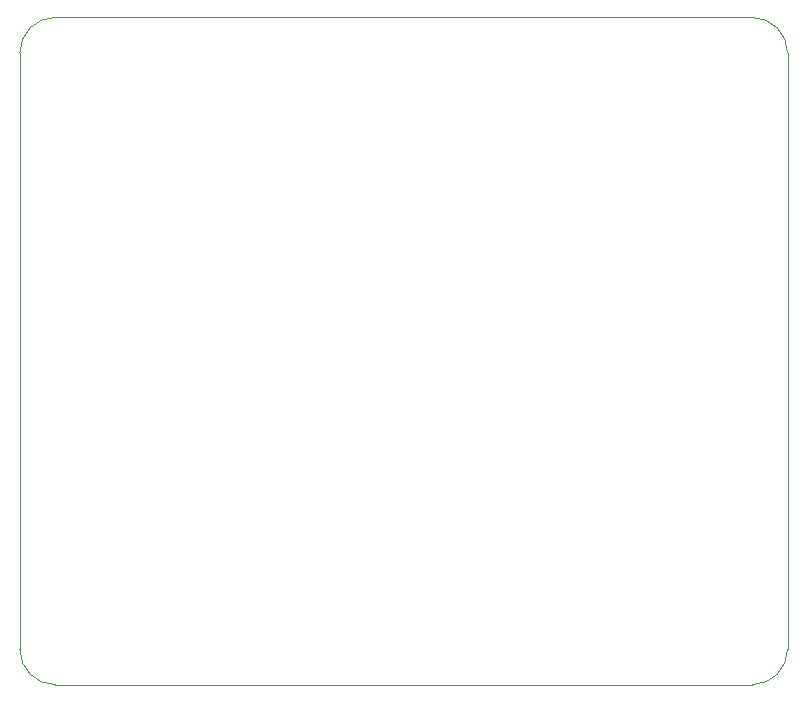
<source format=gm1>
G04 #@! TF.FileFunction,Profile,NP*
%FSLAX46Y46*%
G04 Gerber Fmt 4.6, Leading zero omitted, Abs format (unit mm)*
G04 Created by KiCad (PCBNEW 4.0.2-stable) date 4/7/2016 22:45:40*
%MOMM*%
G01*
G04 APERTURE LIST*
%ADD10C,0.100000*%
G04 APERTURE END LIST*
D10*
X87632800Y-62763400D02*
G75*
G03X84632800Y-65763400I0J-3000000D01*
G01*
X84632800Y-116263400D02*
G75*
G03X87632800Y-119263400I3000000J0D01*
G01*
X146632800Y-119263400D02*
G75*
G03X149632800Y-116263400I0J3000000D01*
G01*
X149632800Y-65763400D02*
G75*
G03X146632800Y-62763400I-3000000J0D01*
G01*
X84632800Y-116263400D02*
X84632800Y-65763400D01*
X87632800Y-119263400D02*
X146632800Y-119263400D01*
X149632800Y-65763400D02*
X149632800Y-116263400D01*
X87632800Y-62763400D02*
X146632800Y-62763400D01*
M02*

</source>
